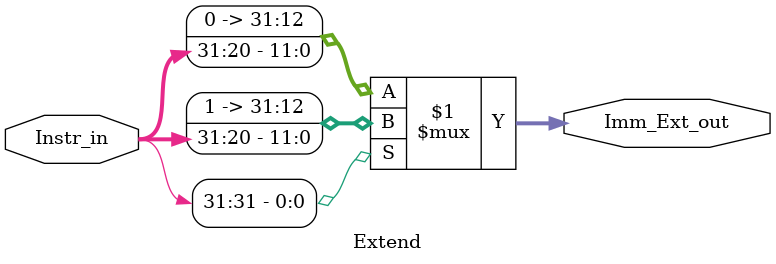
<source format=v>
`timescale 1ns / 1ps
module Extend(Instr_in,Imm_Ext_out
    );
	 input [31:0]Instr_in;

	 output [31:0] Imm_Ext_out;
	 
	 assign Imm_Ext_out = (Instr_in[31]) ? {{20{1'b1}},Instr_in[31:20]} : {{20{1'b0}},Instr_in[31:20]} ;
	


endmodule

</source>
